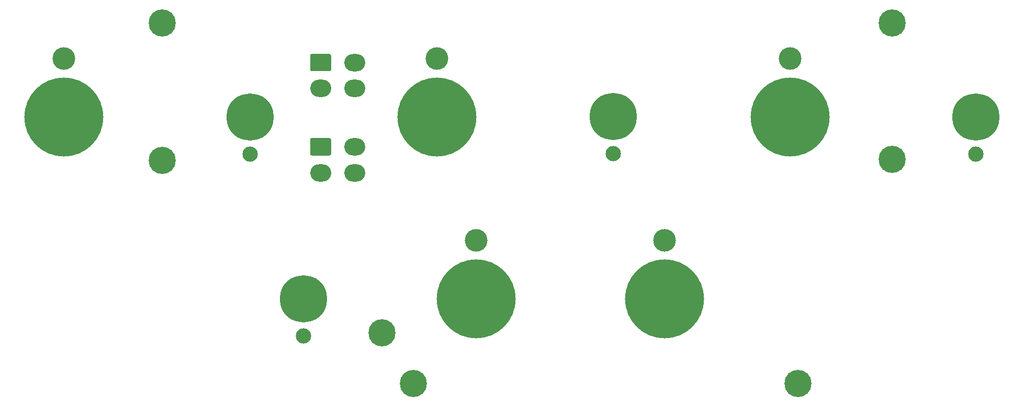
<source format=gbr>
%TF.GenerationSoftware,KiCad,Pcbnew,(5.1.6)-1*%
%TF.CreationDate,2021-08-25T14:17:29+10:00*%
%TF.ProjectId,HUD Panel PCB V2,48554420-5061-46e6-956c-205043422056,rev?*%
%TF.SameCoordinates,Original*%
%TF.FileFunction,Soldermask,Bot*%
%TF.FilePolarity,Negative*%
%FSLAX46Y46*%
G04 Gerber Fmt 4.6, Leading zero omitted, Abs format (unit mm)*
G04 Created by KiCad (PCBNEW (5.1.6)-1) date 2021-08-25 14:17:29*
%MOMM*%
%LPD*%
G01*
G04 APERTURE LIST*
%ADD10C,12.800000*%
%ADD11C,3.672000*%
%ADD12C,4.400000*%
%ADD13C,7.640752*%
%ADD14C,2.481250*%
%ADD15O,3.400000X2.800000*%
G04 APERTURE END LIST*
D10*
%TO.C,REF\u002A\u002A*%
X196850000Y-56515000D03*
X196850000Y-56515000D03*
D11*
X196850000Y-46990000D03*
%TD*%
D12*
%TO.C,REF\u002A\u002A*%
X198120000Y-99695000D03*
%TD*%
%TO.C,REF\u002A\u002A*%
X213360000Y-63373000D03*
%TD*%
%TO.C,REF\u002A\u002A*%
X213360000Y-41275000D03*
%TD*%
%TO.C,REF\u002A\u002A*%
X135890000Y-99695000D03*
%TD*%
%TO.C,REF\u002A\u002A*%
X130810000Y-91440000D03*
%TD*%
%TO.C,REF\u002A\u002A*%
X95250000Y-41275000D03*
%TD*%
%TO.C,REF\u002A\u002A*%
X95250000Y-63500000D03*
%TD*%
D13*
%TO.C,REF\u002A\u002A*%
X118110000Y-85979000D03*
D14*
X118110000Y-91979000D03*
D13*
X118110000Y-85979000D03*
%TD*%
%TO.C,REF\u002A\u002A*%
X226949000Y-56515000D03*
D14*
X226949000Y-62515000D03*
D13*
X226949000Y-56515000D03*
%TD*%
%TO.C,REF\u002A\u002A*%
X168275000Y-56388000D03*
D14*
X168275000Y-62388000D03*
D13*
X168275000Y-56388000D03*
%TD*%
%TO.C,REF\u002A\u002A*%
X109474000Y-56515000D03*
D14*
X109474000Y-62515000D03*
D13*
X109474000Y-56515000D03*
%TD*%
D10*
%TO.C,REF\u002A\u002A*%
X146050000Y-85979000D03*
X146050000Y-85979000D03*
D11*
X146050000Y-76454000D03*
%TD*%
D10*
%TO.C,REF\u002A\u002A*%
X176530000Y-85979000D03*
X176530000Y-85979000D03*
D11*
X176530000Y-76454000D03*
%TD*%
D10*
%TO.C,REF\u002A\u002A*%
X139700000Y-56515000D03*
X139700000Y-56515000D03*
D11*
X139700000Y-46990000D03*
%TD*%
D10*
%TO.C,REF\u002A\u002A*%
X79375000Y-56515000D03*
X79375000Y-56515000D03*
D11*
X79375000Y-46990000D03*
%TD*%
D15*
%TO.C,J2*%
X126400000Y-51850000D03*
X126400000Y-47650000D03*
X120900000Y-51850000D03*
G36*
G01*
X119460400Y-46250000D02*
X122339600Y-46250000D01*
G75*
G02*
X122600000Y-46510400I0J-260400D01*
G01*
X122600000Y-48789600D01*
G75*
G02*
X122339600Y-49050000I-260400J0D01*
G01*
X119460400Y-49050000D01*
G75*
G02*
X119200000Y-48789600I0J260400D01*
G01*
X119200000Y-46510400D01*
G75*
G02*
X119460400Y-46250000I260400J0D01*
G01*
G37*
%TD*%
%TO.C,J1*%
X126400000Y-65500000D03*
X126400000Y-61300000D03*
X120900000Y-65500000D03*
G36*
G01*
X119460400Y-59900000D02*
X122339600Y-59900000D01*
G75*
G02*
X122600000Y-60160400I0J-260400D01*
G01*
X122600000Y-62439600D01*
G75*
G02*
X122339600Y-62700000I-260400J0D01*
G01*
X119460400Y-62700000D01*
G75*
G02*
X119200000Y-62439600I0J260400D01*
G01*
X119200000Y-60160400D01*
G75*
G02*
X119460400Y-59900000I260400J0D01*
G01*
G37*
%TD*%
M02*

</source>
